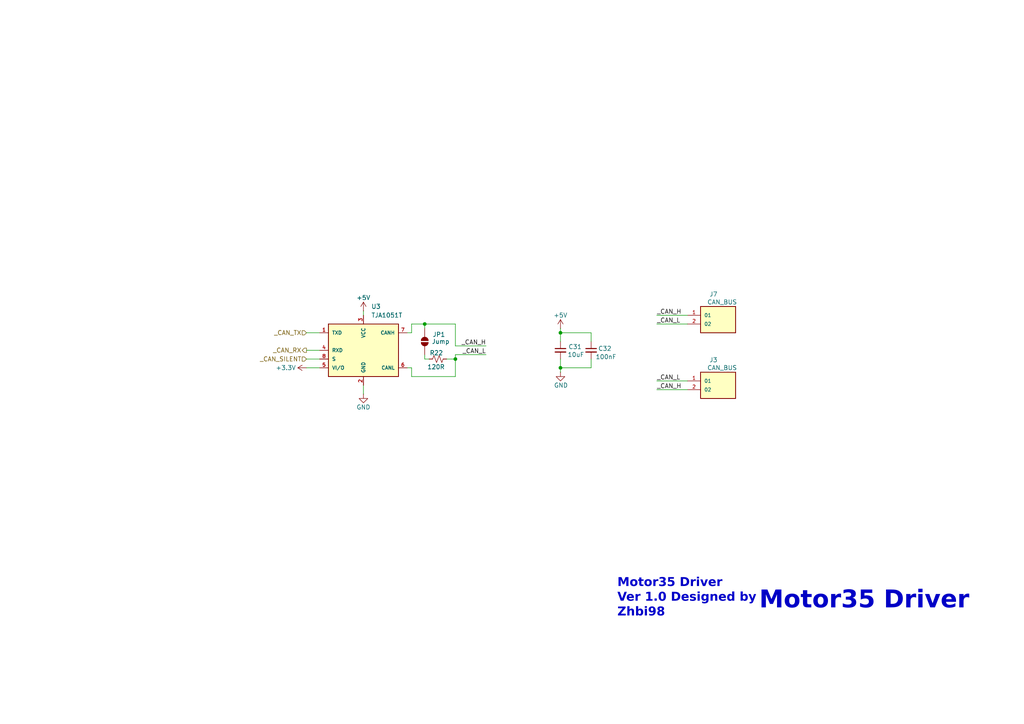
<source format=kicad_sch>
(kicad_sch (version 20231120) (generator "eeschema") (generator_version "8.0")
  (paper "A4")
  (lib_symbols
    (symbol "3rd_Interface_CAN:TJA1051TK/3" (pin_names (offset 1.016))
      (property "Reference" "U" (at -10.16 10.16 0))
      (property "Value" "TJA1051TK{slash}3" (at -10.16 -10.16 0))
      (symbol "TJA1051TK/3_0_0"
        (rectangle (start -10.16 -7.62) (end 10.16 7.62) (stroke (width 0.254)) (fill (type background)))
        (pin output line (at -12.7 5.08 0) (length 2.54) (name "TXD") (number "1"))
        (pin bidirectional line (at 0 -10.16 90) (length 2.54) (name "GND") (number "2"))
        (pin bidirectional line (at 0 10.16 270) (length 2.54) (name "VCC") (number "3"))
        (pin bidirectional line (at -12.7 0 0) (length 2.54) (name "RXD") (number "4"))
        (pin passive line (at -12.7 -5.08 0) (length 2.54) (name "VI/O") (number "5"))
        (pin bidirectional line (at 12.7 -5.08 180) (length 2.54) (name "CANL") (number "6"))
        (pin bidirectional line (at 12.7 5.08 180) (length 2.54) (name "CANH") (number "7"))
        (pin power_in line (at -12.7 -2.54 0) (length 2.54) (name "S") (number "8"))
      )
    )
    (symbol "CONN_1x2P_1" (pin_names (offset 1.016))
      (property "Reference" "J" (at -5.58 6.196 0))
      (property "Value" "CONN_1x2P" (at -2.54 -5.08 0))
      (symbol "CONN_1x2P_1_0_0"
        (rectangle (start -5.08 5.08) (end 5.08 -2.54) (stroke (width 0.254)) (fill (type background)))
        (pin passive line (at -8.89 2.54 0) (length 3.81) (name "01") (number "1"))
        (pin passive line (at -8.89 0 0) (length 3.81) (name "02") (number "2"))
      )
    )
    (symbol "CONN_1x2P_2" (pin_names (offset 1.016))
      (property "Reference" "J" (at -5.58 6.196 0))
      (property "Value" "CONN_1x2P" (at -2.54 -5.08 0))
      (symbol "CONN_1x2P_2_0_0"
        (rectangle (start -5.08 5.08) (end 5.08 -2.54) (stroke (width 0.254)) (fill (type background)))
        (pin passive line (at -8.89 2.54 0) (length 3.81) (name "01") (number "1"))
        (pin passive line (at -8.89 0 0) (length 3.81) (name "02") (number "2"))
      )
    )
    (symbol "Device:C_Small" (pin_numbers hide) (pin_names (offset 0.254) hide)
      (property "Reference" "C" (at 0.254 1.778 0))
      (property "Value" "C_Small" (at 0.254 -2.032 0))
      (symbol "C_Small_0_1"
        (polyline (pts (xy -1.524 -0.508) (xy 1.524 -0.508)) (stroke (width 0.3302)))
        (polyline (pts (xy -1.524 0.508) (xy 1.524 0.508)) (stroke (width 0.3048)))
      )
      (symbol "C_Small_1_1"
        (pin passive line (at 0 2.54 270) (length 2.032) (name "~") (number "1"))
        (pin passive line (at 0 -2.54 90) (length 2.032) (name "~") (number "2"))
      )
    )
    (symbol "Device:R_Small_US" (pin_numbers hide) (pin_names (offset 0.254) hide)
      (property "Reference" "R" (at 0.762 0.508 0))
      (property "Value" "R_Small_US" (at 0.762 -1.016 0))
      (symbol "R_Small_US_1_1"
        (polyline (pts (xy 0 0) (xy 1.016 -0.381) (xy 0 -0.762) (xy -1.016 -1.143) (xy 0 -1.524)))
        (polyline (pts (xy 0 1.524) (xy 1.016 1.143) (xy 0 0.762) (xy -1.016 0.381) (xy 0 0)))
        (pin passive line (at 0 2.54 270) (length 1.016) (name "~") (number "1"))
        (pin passive line (at 0 -2.54 90) (length 1.016) (name "~") (number "2"))
      )
    )
    (symbol "Jumper:SolderJumper_2_Open" (pin_numbers hide) (pin_names (offset 0) hide) (exclude_from_sim yes) (in_bom no)
      (property "Reference" "JP" (at 0 2.032 0))
      (property "Value" "SolderJumper_2_Open" (at 0 -2.54 0))
      (symbol "SolderJumper_2_Open_0_1"
        (arc (start -0.254 1.016) (mid -1.2656 0) (end -0.254 -1.016))
        (arc (start -0.254 1.016) (mid -1.2656 0) (end -0.254 -1.016) (fill (type outline)))
        (polyline (pts (xy -0.254 1.016) (xy -0.254 -1.016)))
        (polyline (pts (xy 0.254 1.016) (xy 0.254 -1.016)))
        (arc (start 0.254 -1.016) (mid 1.2656 0) (end 0.254 1.016))
        (arc (start 0.254 -1.016) (mid 1.2656 0) (end 0.254 1.016) (fill (type outline)))
      )
      (symbol "SolderJumper_2_Open_1_1"
        (pin passive line (at -3.81 0 0) (length 2.54) (name "A") (number "1"))
        (pin passive line (at 3.81 0 180) (length 2.54) (name "B") (number "2"))
      )
    )
    (symbol "power:+3.3V" (power) (pin_numbers hide) (pin_names (offset 0) hide)
      (property "Value" "+3.3V" (at 0 3.556 0))
      (symbol "+3.3V_0_1"
        (polyline (pts (xy -0.762 1.27) (xy 0 2.54)))
        (polyline (pts (xy 0 0) (xy 0 2.54)))
        (polyline (pts (xy 0 2.54) (xy 0.762 1.27)))
      )
      (symbol "+3.3V_1_1"
        (pin power_in line (at 0 0 90) (length 0) (name "~") (number "1"))
      )
    )
    (symbol "power:+5V" (power) (pin_numbers hide) (pin_names (offset 0) hide)
      (property "Value" "+5V" (at 0 3.556 0))
      (symbol "+5V_0_1"
        (polyline (pts (xy -0.762 1.27) (xy 0 2.54)))
        (polyline (pts (xy 0 0) (xy 0 2.54)))
        (polyline (pts (xy 0 2.54) (xy 0.762 1.27)))
      )
      (symbol "+5V_1_1"
        (pin power_in line (at 0 0 90) (length 0) (name "~") (number "1"))
      )
    )
    (symbol "power:GND" (power) (pin_numbers hide) (pin_names (offset 0) hide)
      (property "Value" "GND" (at 0 -3.81 0))
      (symbol "GND_0_1"
        (polyline (pts (xy 0 0) (xy 0 -1.27) (xy 1.27 -1.27) (xy 0 -2.54) (xy -1.27 -1.27) (xy 0 -1.27)))
      )
      (symbol "GND_1_1"
        (pin power_in line (at 0 0 270) (length 0) (name "~") (number "1"))
      )
    )
  )
  (junction (at 132.08 104.14))
  (junction (at 162.56 96.52))
  (junction (at 162.56 106.68))
  (junction (at 123.19 93.98))
  (wire (pts (xy 123.19 102.87) (xy 123.19 104.14)))
  (wire (pts (xy 132.08 102.87) (xy 132.08 104.14)))
  (wire (pts (xy 162.56 99.06) (xy 162.56 96.52)))
  (wire (pts (xy 132.08 93.98) (xy 132.08 100.33)))
  (wire (pts (xy 190.5 113.03) (xy 199.39 113.03)))
  (wire (pts (xy 190.5 110.49) (xy 199.39 110.49)))
  (wire (pts (xy 88.9 101.6) (xy 92.71 101.6)))
  (wire (pts (xy 88.9 96.52) (xy 92.71 96.52)))
  (wire (pts (xy 88.9 106.68) (xy 92.71 106.68)))
  (wire (pts (xy 132.08 102.87) (xy 140.97 102.87)))
  (wire (pts (xy 119.38 93.98) (xy 119.38 96.52)))
  (wire (pts (xy 162.56 106.68) (xy 171.45 106.68)))
  (wire (pts (xy 162.56 95.25) (xy 162.56 96.52)))
  (wire (pts (xy 171.45 99.06) (xy 171.45 96.52)))
  (wire (pts (xy 119.38 106.68) (xy 119.38 109.22)))
  (wire (pts (xy 118.11 106.68) (xy 119.38 106.68)))
  (wire (pts (xy 88.9 104.14) (xy 92.71 104.14)))
  (wire (pts (xy 123.19 104.14) (xy 124.46 104.14)))
  (wire (pts (xy 132.08 100.33) (xy 140.97 100.33)))
  (wire (pts (xy 123.19 95.25) (xy 123.19 93.98)))
  (wire (pts (xy 105.41 111.76) (xy 105.41 114.3)))
  (wire (pts (xy 162.56 96.52) (xy 171.45 96.52)))
  (wire (pts (xy 123.19 93.98) (xy 132.08 93.98)))
  (wire (pts (xy 162.56 106.68) (xy 162.56 104.14)))
  (wire (pts (xy 119.38 109.22) (xy 132.08 109.22)))
  (wire (pts (xy 119.38 93.98) (xy 123.19 93.98)))
  (wire (pts (xy 190.5 91.44) (xy 199.39 91.44)))
  (wire (pts (xy 129.54 104.14) (xy 132.08 104.14)))
  (wire (pts (xy 105.41 90.17) (xy 105.41 91.44)))
  (wire (pts (xy 190.5 93.98) (xy 199.39 93.98)))
  (wire (pts (xy 132.08 104.14) (xy 132.08 109.22)))
  (wire (pts (xy 171.45 104.14) (xy 171.45 106.68)))
  (wire (pts (xy 118.11 96.52) (xy 119.38 96.52)))
  (wire (pts (xy 162.56 106.68) (xy 162.56 107.95)))
  (text "Motor35 Driver" (at 220.218 178.562 0) (effects (font (size 5.08 5.08) (thickness 0.508) (bold yes) (italic yes)) (justify left bottom)))
  (text "Motor35 Driver\nVer 1.0 Designed by\nZhbi98" (at 179.07 179.832 0) (effects (font (size 2.54 2.54) (bold yes)) (justify left bottom)))
  (label "_CAN_H" (at 140.97 100.33 180))
  (label "_CAN_L" (at 140.97 102.87 180))
  (label "_CAN_L" (at 190.5 110.49 0))
  (label "_CAN_L" (at 190.5 93.98 0))
  (label "_CAN_H" (at 190.5 91.44 0))
  (label "_CAN_H" (at 190.5 113.03 0))
  (hierarchical_label "_CAN_RX" (shape output) (at 88.9 101.6 180))
  (hierarchical_label "_CAN_SILENT" (shape input) (at 88.9 104.14 180))
  (hierarchical_label "_CAN_TX" (shape input) (at 88.9 96.52 180))
  (symbol (lib_id "power:GND") (at 105.41 114.3 0) (unit 1)
    (property "Reference" "#PWR057" (effects (hide yes)))
    (property "Value" "GND" (at 105.41 118.11 0))
    (property "Description" "Power symbol creates a global label with name \"GND\" , ground" (effects (hide yes)))
  )
  (symbol (lib_id "Jumper:SolderJumper_2_Open") (at 123.19 99.06 270) (unit 1)
    (property "Reference" "JP1" (at 125.476 97.028 90) (effects (justify left)))
    (property "Value" "Jump" (at 125.222 99.06 90) (effects (justify left)))
    (property "Footprint" "Jumper:SolderJumper-2_P1.3mm_Open_RoundedPad1.0x1.5mm" (effects (hide yes)))
    (property "Description" "Solder Jumper, 2-pole, open" (effects (hide yes)))
  )
  (symbol (lib_id "power:+5V") (at 105.41 90.17 0) (unit 1)
    (property "Reference" "#PWR056" (effects (hide yes)))
    (property "Value" "+5V" (at 105.41 86.36 0))
    (property "Description" "Power symbol creates a global label with name \"+5V\"" (effects (hide yes)))
  )
  (symbol (lib_id "Device:C_Small") (at 171.45 101.6 0) (unit 1)
    (property "Reference" "C32" (at 173.482 101.092 0) (effects (justify left)))
    (property "Value" "100nF" (at 172.72 103.505 0) (effects (justify left)))
    (property "Footprint" "Capacitor_SMD:C_0603_1608Metric" (effects (hide yes)))
    (property "Description" "Unpolarized capacitor, small symbol" (effects (hide yes)))
  )
  (symbol (lib_name "CONN_1x2P_1") (lib_id "3rd_Connector_Generic:CONN_1x2P") (at 208.28 113.03 0) (unit 1)
    (property "Reference" "J3" (at 205.74 104.394 0) (effects (justify left)))
    (property "Value" "CAN_BUS" (at 205.105 106.68 0) (effects (justify left)))
    (property "Footprint" "3rd_Connector_JST_SMD:CONN-SMD_1x2P-P1.0-H_WAFER-SH1.0-2PWB" (effects (hide yes)))
    (property "MANUFACTURER" "SAMTEC" (effects (hide yes)))
  )
  (symbol (lib_id "power:+3.3V") (at 88.9 106.68 90) (unit 1)
    (property "Reference" "#PWR043" (effects (hide yes)))
    (property "Value" "+3.3V" (at 85.852 106.68 90) (effects (justify left)))
    (property "Description" "Power symbol creates a global label with name \"+3.3V\"" (effects (hide yes)))
  )
  (symbol (lib_id "power:+5V") (at 162.56 95.25 0) (unit 1)
    (property "Reference" "#PWR064" (effects (hide yes)))
    (property "Value" "+5V" (at 162.56 91.44 0))
    (property "Description" "Power symbol creates a global label with name \"+5V\"" (effects (hide yes)))
  )
  (symbol (lib_id "3rd_Interface_CAN:TJA1051TK/3") (at 105.41 101.6 0) (unit 1)
    (property "Reference" "U3" (at 107.6758 88.9 0) (effects (justify left)))
    (property "Value" "TJA1051T" (at 107.6758 91.44 0) (effects (justify left)))
    (property "Footprint" "3rd_Interface_CAN:SOT96_L5.0-W4.0-P1.27_TJA1051" (effects (hide yes)))
  )
  (symbol (lib_id "Device:R_Small_US") (at 127 104.14 90) (unit 1)
    (property "Reference" "R22" (at 128.524 102.362 90) (effects (justify left)))
    (property "Value" "120R" (at 129.032 106.426 90) (effects (justify left)))
    (property "Footprint" "Resistor_SMD:R_0603_1608Metric" (effects (hide yes)))
    (property "Description" "Resistor, small US symbol" (effects (hide yes)))
  )
  (symbol (lib_name "CONN_1x2P_2") (lib_id "3rd_Connector_Generic:CONN_1x2P") (at 208.28 93.98 0) (unit 1)
    (property "Reference" "J7" (at 205.74 85.344 0) (effects (justify left)))
    (property "Value" "CAN_BUS" (at 205.105 87.63 0) (effects (justify left)))
    (property "Footprint" "3rd_Connector_JST_SMD:CONN-SMD_1x2P-P1.0-H_WAFER-SH1.0-2PWB" (effects (hide yes)))
    (property "MANUFACTURER" "SAMTEC" (effects (hide yes)))
  )
  (symbol (lib_id "Device:C_Small") (at 162.56 101.6 0) (unit 1)
    (property "Reference" "C31" (at 164.846 100.584 0) (effects (justify left)))
    (property "Value" "10uF" (at 164.592 102.87 0) (effects (justify left)))
    (property "Footprint" "Capacitor_SMD:C_0603_1608Metric" (effects (hide yes)))
    (property "Description" "Unpolarized capacitor, small symbol" (effects (hide yes)))
  )
  (symbol (lib_id "power:GND") (at 162.56 107.95 0) (unit 1)
    (property "Reference" "#PWR063" (effects (hide yes)))
    (property "Value" "GND" (at 160.655 111.76 0) (effects (justify left)))
    (property "Description" "Power symbol creates a global label with name \"GND\" , ground" (effects (hide yes)))
  )
)
</source>
